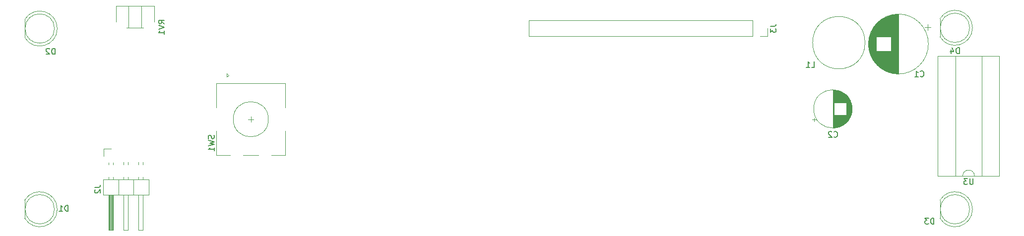
<source format=gbo>
%TF.GenerationSoftware,KiCad,Pcbnew,6.0.11+dfsg-1*%
%TF.CreationDate,2023-11-10T00:48:11+01:00*%
%TF.ProjectId,tallySdoAdapter,74616c6c-7953-4646-9f41-646170746572,0.1*%
%TF.SameCoordinates,Original*%
%TF.FileFunction,Legend,Bot*%
%TF.FilePolarity,Positive*%
%FSLAX46Y46*%
G04 Gerber Fmt 4.6, Leading zero omitted, Abs format (unit mm)*
G04 Created by KiCad (PCBNEW 6.0.11+dfsg-1) date 2023-11-10 00:48:11*
%MOMM*%
%LPD*%
G01*
G04 APERTURE LIST*
%ADD10C,0.150000*%
%ADD11C,0.120000*%
%ADD12C,2.700000*%
%ADD13R,1.800000X1.800000*%
%ADD14C,1.800000*%
%ADD15R,2.000000X2.000000*%
%ADD16C,2.000000*%
%ADD17R,2.400000X1.600000*%
%ADD18O,2.400000X1.600000*%
%ADD19R,1.700000X1.700000*%
%ADD20O,1.700000X1.700000*%
%ADD21R,1.600000X1.600000*%
%ADD22C,1.600000*%
%ADD23R,2.000000X3.200000*%
%ADD24C,1.620000*%
%ADD25C,2.600000*%
G04 APERTURE END LIST*
D10*
%TO.C,D4*%
X243023695Y-104158180D02*
X243023695Y-103158180D01*
X242785600Y-103158180D01*
X242642742Y-103205800D01*
X242547504Y-103301038D01*
X242499885Y-103396276D01*
X242452266Y-103586752D01*
X242452266Y-103729609D01*
X242499885Y-103920085D01*
X242547504Y-104015323D01*
X242642742Y-104110561D01*
X242785600Y-104158180D01*
X243023695Y-104158180D01*
X241595123Y-103491514D02*
X241595123Y-104158180D01*
X241833219Y-103110561D02*
X242071314Y-103824847D01*
X241452266Y-103824847D01*
%TO.C,C1*%
X236386666Y-108002342D02*
X236434285Y-108049961D01*
X236577142Y-108097580D01*
X236672380Y-108097580D01*
X236815238Y-108049961D01*
X236910476Y-107954723D01*
X236958095Y-107859485D01*
X237005714Y-107669009D01*
X237005714Y-107526152D01*
X236958095Y-107335676D01*
X236910476Y-107240438D01*
X236815238Y-107145200D01*
X236672380Y-107097580D01*
X236577142Y-107097580D01*
X236434285Y-107145200D01*
X236386666Y-107192819D01*
X235434285Y-108097580D02*
X236005714Y-108097580D01*
X235720000Y-108097580D02*
X235720000Y-107097580D01*
X235815238Y-107240438D01*
X235910476Y-107335676D01*
X236005714Y-107383295D01*
%TO.C,U3*%
X245373904Y-125490380D02*
X245373904Y-126299904D01*
X245326285Y-126395142D01*
X245278666Y-126442761D01*
X245183428Y-126490380D01*
X244992952Y-126490380D01*
X244897714Y-126442761D01*
X244850095Y-126395142D01*
X244802476Y-126299904D01*
X244802476Y-125490380D01*
X244421523Y-125490380D02*
X243802476Y-125490380D01*
X244135809Y-125871333D01*
X243992952Y-125871333D01*
X243897714Y-125918952D01*
X243850095Y-125966571D01*
X243802476Y-126061809D01*
X243802476Y-126299904D01*
X243850095Y-126395142D01*
X243897714Y-126442761D01*
X243992952Y-126490380D01*
X244278666Y-126490380D01*
X244373904Y-126442761D01*
X244421523Y-126395142D01*
%TO.C,D1*%
X90933495Y-131059180D02*
X90933495Y-130059180D01*
X90695400Y-130059180D01*
X90552542Y-130106800D01*
X90457304Y-130202038D01*
X90409685Y-130297276D01*
X90362066Y-130487752D01*
X90362066Y-130630609D01*
X90409685Y-130821085D01*
X90457304Y-130916323D01*
X90552542Y-131011561D01*
X90695400Y-131059180D01*
X90933495Y-131059180D01*
X89409685Y-131059180D02*
X89981114Y-131059180D01*
X89695400Y-131059180D02*
X89695400Y-130059180D01*
X89790638Y-130202038D01*
X89885876Y-130297276D01*
X89981114Y-130344895D01*
%TO.C,D2*%
X88698295Y-104262180D02*
X88698295Y-103262180D01*
X88460200Y-103262180D01*
X88317342Y-103309800D01*
X88222104Y-103405038D01*
X88174485Y-103500276D01*
X88126866Y-103690752D01*
X88126866Y-103833609D01*
X88174485Y-104024085D01*
X88222104Y-104119323D01*
X88317342Y-104214561D01*
X88460200Y-104262180D01*
X88698295Y-104262180D01*
X87745914Y-103357419D02*
X87698295Y-103309800D01*
X87603057Y-103262180D01*
X87364961Y-103262180D01*
X87269723Y-103309800D01*
X87222104Y-103357419D01*
X87174485Y-103452657D01*
X87174485Y-103547895D01*
X87222104Y-103690752D01*
X87793533Y-104262180D01*
X87174485Y-104262180D01*
%TO.C,J3*%
X210773580Y-99488666D02*
X211487866Y-99488666D01*
X211630723Y-99441047D01*
X211725961Y-99345809D01*
X211773580Y-99202952D01*
X211773580Y-99107714D01*
X210773580Y-99869619D02*
X210773580Y-100488666D01*
X211154533Y-100155333D01*
X211154533Y-100298190D01*
X211202152Y-100393428D01*
X211249771Y-100441047D01*
X211345009Y-100488666D01*
X211583104Y-100488666D01*
X211678342Y-100441047D01*
X211725961Y-100393428D01*
X211773580Y-100298190D01*
X211773580Y-100012476D01*
X211725961Y-99917238D01*
X211678342Y-99869619D01*
%TO.C,C2*%
X221623866Y-118345942D02*
X221671485Y-118393561D01*
X221814342Y-118441180D01*
X221909580Y-118441180D01*
X222052438Y-118393561D01*
X222147676Y-118298323D01*
X222195295Y-118203085D01*
X222242914Y-118012609D01*
X222242914Y-117869752D01*
X222195295Y-117679276D01*
X222147676Y-117584038D01*
X222052438Y-117488800D01*
X221909580Y-117441180D01*
X221814342Y-117441180D01*
X221671485Y-117488800D01*
X221623866Y-117536419D01*
X221242914Y-117536419D02*
X221195295Y-117488800D01*
X221100057Y-117441180D01*
X220861961Y-117441180D01*
X220766723Y-117488800D01*
X220719104Y-117536419D01*
X220671485Y-117631657D01*
X220671485Y-117726895D01*
X220719104Y-117869752D01*
X221290533Y-118441180D01*
X220671485Y-118441180D01*
%TO.C,SW1*%
X115822361Y-118097466D02*
X115869980Y-118240323D01*
X115869980Y-118478419D01*
X115822361Y-118573657D01*
X115774742Y-118621276D01*
X115679504Y-118668895D01*
X115584266Y-118668895D01*
X115489028Y-118621276D01*
X115441409Y-118573657D01*
X115393790Y-118478419D01*
X115346171Y-118287942D01*
X115298552Y-118192704D01*
X115250933Y-118145085D01*
X115155695Y-118097466D01*
X115060457Y-118097466D01*
X114965219Y-118145085D01*
X114917600Y-118192704D01*
X114869980Y-118287942D01*
X114869980Y-118526038D01*
X114917600Y-118668895D01*
X114869980Y-119002228D02*
X115869980Y-119240323D01*
X115155695Y-119430800D01*
X115869980Y-119621276D01*
X114869980Y-119859371D01*
X115869980Y-120764133D02*
X115869980Y-120192704D01*
X115869980Y-120478419D02*
X114869980Y-120478419D01*
X115012838Y-120383180D01*
X115108076Y-120287942D01*
X115155695Y-120192704D01*
%TO.C,D3*%
X238685295Y-133243580D02*
X238685295Y-132243580D01*
X238447200Y-132243580D01*
X238304342Y-132291200D01*
X238209104Y-132386438D01*
X238161485Y-132481676D01*
X238113866Y-132672152D01*
X238113866Y-132815009D01*
X238161485Y-133005485D01*
X238209104Y-133100723D01*
X238304342Y-133195961D01*
X238447200Y-133243580D01*
X238685295Y-133243580D01*
X237780533Y-132243580D02*
X237161485Y-132243580D01*
X237494819Y-132624533D01*
X237351961Y-132624533D01*
X237256723Y-132672152D01*
X237209104Y-132719771D01*
X237161485Y-132815009D01*
X237161485Y-133053104D01*
X237209104Y-133148342D01*
X237256723Y-133195961D01*
X237351961Y-133243580D01*
X237637676Y-133243580D01*
X237732914Y-133195961D01*
X237780533Y-133148342D01*
%TO.C,RV1*%
X107374380Y-99027761D02*
X106898190Y-98694428D01*
X107374380Y-98456333D02*
X106374380Y-98456333D01*
X106374380Y-98837285D01*
X106422000Y-98932523D01*
X106469619Y-98980142D01*
X106564857Y-99027761D01*
X106707714Y-99027761D01*
X106802952Y-98980142D01*
X106850571Y-98932523D01*
X106898190Y-98837285D01*
X106898190Y-98456333D01*
X106374380Y-99313476D02*
X107374380Y-99646809D01*
X106374380Y-99980142D01*
X107374380Y-100837285D02*
X107374380Y-100265857D01*
X107374380Y-100551571D02*
X106374380Y-100551571D01*
X106517238Y-100456333D01*
X106612476Y-100361095D01*
X106660095Y-100265857D01*
%TO.C,L1*%
X217793866Y-106497380D02*
X218270057Y-106497380D01*
X218270057Y-105497380D01*
X216936723Y-106497380D02*
X217508152Y-106497380D01*
X217222438Y-106497380D02*
X217222438Y-105497380D01*
X217317676Y-105640238D01*
X217412914Y-105735476D01*
X217508152Y-105783095D01*
%TO.C,J2*%
X95454980Y-126962266D02*
X96169266Y-126962266D01*
X96312123Y-126914647D01*
X96407361Y-126819409D01*
X96454980Y-126676552D01*
X96454980Y-126581314D01*
X95550219Y-127390838D02*
X95502600Y-127438457D01*
X95454980Y-127533695D01*
X95454980Y-127771790D01*
X95502600Y-127867028D01*
X95550219Y-127914647D01*
X95645457Y-127962266D01*
X95740695Y-127962266D01*
X95883552Y-127914647D01*
X96454980Y-127343219D01*
X96454980Y-127962266D01*
D11*
%TO.C,D4*%
X239725600Y-101290800D02*
X239725600Y-98200800D01*
X245275600Y-99746262D02*
G75*
G03*
X239725600Y-98200970I-2990000J462D01*
G01*
X239725600Y-101290630D02*
G75*
G03*
X245275600Y-99745338I2560000J1544830D01*
G01*
X244785600Y-99745800D02*
G75*
G03*
X244785600Y-99745800I-2500000J0D01*
G01*
%TO.C,C1*%
X229672277Y-98376400D02*
X229672277Y-101273400D01*
X230512277Y-97893400D02*
X230512277Y-101273400D01*
X232553277Y-97434400D02*
X232553277Y-107594400D01*
X230032277Y-103755400D02*
X230032277Y-106885400D01*
X231112277Y-97664400D02*
X231112277Y-101273400D01*
X230312277Y-97989400D02*
X230312277Y-101273400D01*
X227552277Y-101915400D02*
X227552277Y-103113400D01*
X230352277Y-103755400D02*
X230352277Y-107059400D01*
X232473277Y-97436400D02*
X232473277Y-107592400D01*
X230832277Y-103755400D02*
X230832277Y-107268400D01*
X227832277Y-100772400D02*
X227832277Y-104256400D01*
X229312277Y-98656400D02*
X229312277Y-101273400D01*
X230712277Y-97807400D02*
X230712277Y-101273400D01*
X229392277Y-103755400D02*
X229392277Y-106439400D01*
X231152277Y-97652400D02*
X231152277Y-101273400D01*
X232353277Y-97441400D02*
X232353277Y-107587400D01*
X232513277Y-97435400D02*
X232513277Y-107593400D01*
X230472277Y-97911400D02*
X230472277Y-101273400D01*
X229952277Y-103755400D02*
X229952277Y-106837400D01*
X232393277Y-97439400D02*
X232393277Y-107589400D01*
X237612923Y-99139400D02*
X237612923Y-100139400D01*
X228472277Y-99569400D02*
X228472277Y-105459400D01*
X230232277Y-98031400D02*
X230232277Y-101273400D01*
X228952277Y-98994400D02*
X228952277Y-101273400D01*
X232233277Y-97449400D02*
X232233277Y-107579400D01*
X231072277Y-103755400D02*
X231072277Y-107351400D01*
X231152277Y-103755400D02*
X231152277Y-107376400D01*
X230352277Y-97969400D02*
X230352277Y-101273400D01*
X230512277Y-103755400D02*
X230512277Y-107135400D01*
X228432277Y-99625400D02*
X228432277Y-105403400D01*
X228032277Y-100305400D02*
X228032277Y-104723400D01*
X228872277Y-99078400D02*
X228872277Y-105950400D01*
X229592277Y-103755400D02*
X229592277Y-106594400D01*
X229832277Y-98267400D02*
X229832277Y-101273400D01*
X228672277Y-99308400D02*
X228672277Y-105720400D01*
X229152277Y-103755400D02*
X229152277Y-106230400D01*
X228592277Y-99408400D02*
X228592277Y-105620400D01*
X229072277Y-103755400D02*
X229072277Y-106154400D01*
X230032277Y-98143400D02*
X230032277Y-101273400D01*
X230192277Y-103755400D02*
X230192277Y-106976400D01*
X230632277Y-103755400D02*
X230632277Y-107188400D01*
X227912277Y-100570400D02*
X227912277Y-104458400D01*
X229032277Y-103755400D02*
X229032277Y-106115400D01*
X230152277Y-98074400D02*
X230152277Y-101273400D01*
X230952277Y-103755400D02*
X230952277Y-107311400D01*
X228272277Y-99869400D02*
X228272277Y-105159400D01*
X230832277Y-97760400D02*
X230832277Y-101273400D01*
X231512277Y-97558400D02*
X231512277Y-107470400D01*
X228792277Y-99167400D02*
X228792277Y-105861400D01*
X228552277Y-99460400D02*
X228552277Y-105568400D01*
X230712277Y-103755400D02*
X230712277Y-107221400D01*
X227752277Y-101004400D02*
X227752277Y-104024400D01*
X230752277Y-103755400D02*
X230752277Y-107237400D01*
X230592277Y-103755400D02*
X230592277Y-107171400D01*
X231192277Y-97640400D02*
X231192277Y-101273400D01*
X231032277Y-97690400D02*
X231032277Y-101273400D01*
X229672277Y-103755400D02*
X229672277Y-106652400D01*
X229872277Y-103755400D02*
X229872277Y-106787400D01*
X228632277Y-99358400D02*
X228632277Y-105670400D01*
X227712277Y-101136400D02*
X227712277Y-103892400D01*
X229152277Y-98798400D02*
X229152277Y-101273400D01*
X228712277Y-99260400D02*
X228712277Y-105768400D01*
X229472277Y-103755400D02*
X229472277Y-106503400D01*
X231792277Y-97503400D02*
X231792277Y-107525400D01*
X232633277Y-97434400D02*
X232633277Y-107594400D01*
X230112277Y-98097400D02*
X230112277Y-101273400D01*
X231472277Y-97567400D02*
X231472277Y-107461400D01*
X230552277Y-103755400D02*
X230552277Y-107153400D01*
X231232277Y-97629400D02*
X231232277Y-101273400D01*
X231432277Y-97576400D02*
X231432277Y-107452400D01*
X227672277Y-101284400D02*
X227672277Y-103744400D01*
X229432277Y-98557400D02*
X229432277Y-101273400D01*
X229232277Y-98725400D02*
X229232277Y-101273400D01*
X231312277Y-97607400D02*
X231312277Y-101273400D01*
X228832277Y-99122400D02*
X228832277Y-105906400D01*
X229192277Y-98761400D02*
X229192277Y-101273400D01*
X229272277Y-98690400D02*
X229272277Y-101273400D01*
X231912277Y-97484400D02*
X231912277Y-107544400D01*
X229632277Y-98404400D02*
X229632277Y-101273400D01*
X229552277Y-103755400D02*
X229552277Y-106564400D01*
X229112277Y-98835400D02*
X229112277Y-101273400D01*
X229512277Y-98494400D02*
X229512277Y-101273400D01*
X230192277Y-98052400D02*
X230192277Y-101273400D01*
X229272277Y-103755400D02*
X229272277Y-106338400D01*
X227592277Y-101652400D02*
X227592277Y-103376400D01*
X230432277Y-103755400D02*
X230432277Y-107098400D01*
X230952277Y-97717400D02*
X230952277Y-101273400D01*
X228072277Y-100225400D02*
X228072277Y-104803400D01*
X228152277Y-100075400D02*
X228152277Y-104953400D01*
X230232277Y-103755400D02*
X230232277Y-106997400D01*
X232153277Y-97456400D02*
X232153277Y-107572400D01*
X230872277Y-103755400D02*
X230872277Y-107282400D01*
X229792277Y-103755400D02*
X229792277Y-106735400D01*
X227632277Y-101452400D02*
X227632277Y-103576400D01*
X227792277Y-100884400D02*
X227792277Y-104144400D01*
X228752277Y-99213400D02*
X228752277Y-105815400D01*
X230672277Y-97824400D02*
X230672277Y-101273400D01*
X238112923Y-99639400D02*
X237112923Y-99639400D01*
X230072277Y-98119400D02*
X230072277Y-101273400D01*
X230152277Y-103755400D02*
X230152277Y-106954400D01*
X230312277Y-103755400D02*
X230312277Y-107039400D01*
X229992277Y-103755400D02*
X229992277Y-106861400D01*
X229632277Y-103755400D02*
X229632277Y-106624400D01*
X232073277Y-97464400D02*
X232073277Y-107564400D01*
X231672277Y-97524400D02*
X231672277Y-107504400D01*
X230592277Y-97857400D02*
X230592277Y-101273400D01*
X228192277Y-100004400D02*
X228192277Y-105024400D01*
X229752277Y-98320400D02*
X229752277Y-101273400D01*
X231312277Y-103755400D02*
X231312277Y-107421400D01*
X229512277Y-103755400D02*
X229512277Y-106534400D01*
X229552277Y-98464400D02*
X229552277Y-101273400D01*
X227992277Y-100389400D02*
X227992277Y-104639400D01*
X230912277Y-103755400D02*
X230912277Y-107297400D01*
X229872277Y-98241400D02*
X229872277Y-101273400D01*
X230472277Y-103755400D02*
X230472277Y-107117400D01*
X231192277Y-103755400D02*
X231192277Y-107388400D01*
X231392277Y-97586400D02*
X231392277Y-107442400D01*
X231752277Y-97510400D02*
X231752277Y-107518400D01*
X231272277Y-97617400D02*
X231272277Y-101273400D01*
X230432277Y-97930400D02*
X230432277Y-101273400D01*
X231352277Y-97596400D02*
X231352277Y-101273400D01*
X229432277Y-103755400D02*
X229432277Y-106471400D01*
X230992277Y-103755400D02*
X230992277Y-107325400D01*
X230792277Y-97776400D02*
X230792277Y-101273400D01*
X228912277Y-103755400D02*
X228912277Y-105992400D01*
X228912277Y-99036400D02*
X228912277Y-101273400D01*
X230912277Y-97731400D02*
X230912277Y-101273400D01*
X230392277Y-103755400D02*
X230392277Y-107078400D01*
X231112277Y-103755400D02*
X231112277Y-107364400D01*
X229472277Y-98525400D02*
X229472277Y-101273400D01*
X232113277Y-97460400D02*
X232113277Y-107568400D01*
X229752277Y-103755400D02*
X229752277Y-106708400D01*
X227952277Y-100477400D02*
X227952277Y-104551400D01*
X228512277Y-99514400D02*
X228512277Y-105514400D01*
X230672277Y-103755400D02*
X230672277Y-107204400D01*
X230272277Y-98010400D02*
X230272277Y-101273400D01*
X231272277Y-103755400D02*
X231272277Y-107411400D01*
X229832277Y-103755400D02*
X229832277Y-106761400D01*
X229992277Y-98167400D02*
X229992277Y-101273400D01*
X231032277Y-103755400D02*
X231032277Y-107338400D01*
X227872277Y-100668400D02*
X227872277Y-104360400D01*
X228312277Y-99805400D02*
X228312277Y-105223400D01*
X229392277Y-98589400D02*
X229392277Y-101273400D01*
X228952277Y-103755400D02*
X228952277Y-106034400D01*
X229352277Y-103755400D02*
X229352277Y-106406400D01*
X230992277Y-97703400D02*
X230992277Y-101273400D01*
X228232277Y-99935400D02*
X228232277Y-105093400D01*
X230752277Y-97791400D02*
X230752277Y-101273400D01*
X229192277Y-103755400D02*
X229192277Y-106267400D01*
X231953277Y-97479400D02*
X231953277Y-107549400D01*
X229952277Y-98191400D02*
X229952277Y-101273400D01*
X229072277Y-98874400D02*
X229072277Y-101273400D01*
X230072277Y-103755400D02*
X230072277Y-106909400D01*
X230272277Y-103755400D02*
X230272277Y-107018400D01*
X232033277Y-97469400D02*
X232033277Y-107559400D01*
X231352277Y-103755400D02*
X231352277Y-107432400D01*
X228992277Y-98953400D02*
X228992277Y-101273400D01*
X230632277Y-97840400D02*
X230632277Y-101273400D01*
X228112277Y-100149400D02*
X228112277Y-104879400D01*
X229352277Y-98622400D02*
X229352277Y-101273400D01*
X231632277Y-97532400D02*
X231632277Y-107496400D01*
X230392277Y-97950400D02*
X230392277Y-101273400D01*
X232273277Y-97446400D02*
X232273277Y-107582400D01*
X231993277Y-97474400D02*
X231993277Y-107554400D01*
X229232277Y-103755400D02*
X229232277Y-106303400D01*
X231232277Y-103755400D02*
X231232277Y-107399400D01*
X231832277Y-97496400D02*
X231832277Y-107532400D01*
X230872277Y-97746400D02*
X230872277Y-101273400D01*
X230112277Y-103755400D02*
X230112277Y-106931400D01*
X229712277Y-98348400D02*
X229712277Y-101273400D01*
X231872277Y-97490400D02*
X231872277Y-107538400D01*
X229032277Y-98913400D02*
X229032277Y-101273400D01*
X231072277Y-97677400D02*
X231072277Y-101273400D01*
X229792277Y-98293400D02*
X229792277Y-101273400D01*
X229912277Y-103755400D02*
X229912277Y-106812400D01*
X228992277Y-103755400D02*
X228992277Y-106075400D01*
X230792277Y-103755400D02*
X230792277Y-107252400D01*
X229312277Y-103755400D02*
X229312277Y-106372400D01*
X231712277Y-97517400D02*
X231712277Y-107511400D01*
X229712277Y-103755400D02*
X229712277Y-106680400D01*
X229112277Y-103755400D02*
X229112277Y-106193400D01*
X232193277Y-97452400D02*
X232193277Y-107576400D01*
X232593277Y-97434400D02*
X232593277Y-107594400D01*
X232433277Y-97437400D02*
X232433277Y-107591400D01*
X232313277Y-97444400D02*
X232313277Y-107584400D01*
X229592277Y-98434400D02*
X229592277Y-101273400D01*
X231592277Y-97540400D02*
X231592277Y-107488400D01*
X228352277Y-99744400D02*
X228352277Y-105284400D01*
X229912277Y-98216400D02*
X229912277Y-101273400D01*
X230552277Y-97875400D02*
X230552277Y-101273400D01*
X228392277Y-99684400D02*
X228392277Y-105344400D01*
X231552277Y-97549400D02*
X231552277Y-107479400D01*
X237753277Y-102514400D02*
G75*
G03*
X237753277Y-102514400I-5120000J0D01*
G01*
%TO.C,U3*%
X242362000Y-104598000D02*
X246862000Y-104598000D01*
X243612000Y-125038000D02*
X242362000Y-125038000D01*
X246862000Y-104598000D02*
X246862000Y-125038000D01*
X249862000Y-125098000D02*
X239362000Y-125098000D01*
X242362000Y-125038000D02*
X242362000Y-104598000D01*
X249862000Y-104538000D02*
X249862000Y-125098000D01*
X246862000Y-125038000D02*
X245612000Y-125038000D01*
X239362000Y-104538000D02*
X249862000Y-104538000D01*
X239362000Y-125098000D02*
X239362000Y-104538000D01*
X245612000Y-125038000D02*
G75*
G03*
X243612000Y-125038000I-1000000J0D01*
G01*
%TO.C,D1*%
X83541000Y-132278800D02*
X83541000Y-129188800D01*
X89091000Y-130734262D02*
G75*
G03*
X83541000Y-129188970I-2990000J462D01*
G01*
X83541000Y-132278630D02*
G75*
G03*
X89091000Y-130733338I2560000J1544830D01*
G01*
X88601000Y-130733800D02*
G75*
G03*
X88601000Y-130733800I-2500000J0D01*
G01*
%TO.C,D2*%
X83541000Y-101417800D02*
X83541000Y-98327800D01*
X89091000Y-99873262D02*
G75*
G03*
X83541000Y-98327970I-2990000J462D01*
G01*
X83541000Y-101417630D02*
G75*
G03*
X89091000Y-99872338I2560000J1544830D01*
G01*
X88601000Y-99872800D02*
G75*
G03*
X88601000Y-99872800I-2500000J0D01*
G01*
%TO.C,J3*%
X169561200Y-101152000D02*
X169561200Y-98492000D01*
X210321200Y-101152000D02*
X210321200Y-99822000D01*
X207721200Y-101152000D02*
X169561200Y-101152000D01*
X208991200Y-101152000D02*
X210321200Y-101152000D01*
X207721200Y-101152000D02*
X207721200Y-98492000D01*
X207721200Y-98492000D02*
X169561200Y-98492000D01*
%TO.C,C2*%
X222578200Y-116621800D02*
X222578200Y-114628800D01*
X222017200Y-112548800D02*
X222017200Y-110406800D01*
X222097200Y-116755800D02*
X222097200Y-114628800D01*
X222137200Y-116747800D02*
X222137200Y-114628800D01*
X222938200Y-112548800D02*
X222938200Y-110712800D01*
X222698200Y-112548800D02*
X222698200Y-110602800D01*
X222978200Y-116444800D02*
X222978200Y-114628800D01*
X223298200Y-112548800D02*
X223298200Y-110924800D01*
X223458200Y-116136800D02*
X223458200Y-114628800D01*
X223978200Y-115632800D02*
X223978200Y-111544800D01*
X223618200Y-112548800D02*
X223618200Y-111172800D01*
X222778200Y-112548800D02*
X222778200Y-110636800D01*
X221977200Y-112548800D02*
X221977200Y-110399800D01*
X222178200Y-112548800D02*
X222178200Y-110438800D01*
X222578200Y-112548800D02*
X222578200Y-110555800D01*
X221617200Y-116815800D02*
X221617200Y-110361800D01*
X223098200Y-112548800D02*
X223098200Y-110798800D01*
X223378200Y-112548800D02*
X223378200Y-110981800D01*
X222057200Y-116763800D02*
X222057200Y-114628800D01*
X223218200Y-116304800D02*
X223218200Y-114628800D01*
X222698200Y-116574800D02*
X222698200Y-114628800D01*
X222538200Y-112548800D02*
X222538200Y-110541800D01*
X223658200Y-112548800D02*
X223658200Y-111208800D01*
X223058200Y-112548800D02*
X223058200Y-110776800D01*
X222738200Y-116558800D02*
X222738200Y-114628800D01*
X223658200Y-115968800D02*
X223658200Y-114628800D01*
X223578200Y-116038800D02*
X223578200Y-114628800D01*
X223018200Y-116422800D02*
X223018200Y-114628800D01*
X222898200Y-112548800D02*
X222898200Y-110692800D01*
X223338200Y-116224800D02*
X223338200Y-114628800D01*
X222738200Y-112548800D02*
X222738200Y-110618800D01*
X223338200Y-112548800D02*
X223338200Y-110952800D01*
X223458200Y-112548800D02*
X223458200Y-111040800D01*
X223258200Y-116278800D02*
X223258200Y-114628800D01*
X223418200Y-116166800D02*
X223418200Y-114628800D01*
X221737200Y-112548800D02*
X221737200Y-110370800D01*
X223018200Y-112548800D02*
X223018200Y-110754800D01*
X223858200Y-115770800D02*
X223858200Y-111406800D01*
X222858200Y-112548800D02*
X222858200Y-110672800D01*
X223898200Y-115725800D02*
X223898200Y-111451800D01*
X221857200Y-112548800D02*
X221857200Y-110382800D01*
X222338200Y-116698800D02*
X222338200Y-114628800D01*
X221857200Y-116794800D02*
X221857200Y-114628800D01*
X222778200Y-116540800D02*
X222778200Y-114628800D01*
X224498200Y-114753800D02*
X224498200Y-112423800D01*
X222418200Y-112548800D02*
X222418200Y-110502800D01*
X223138200Y-112548800D02*
X223138200Y-110822800D01*
X221817200Y-112548800D02*
X221817200Y-110377800D01*
X221937200Y-116783800D02*
X221937200Y-114628800D01*
X223698200Y-112548800D02*
X223698200Y-111245800D01*
X224698200Y-113990800D02*
X224698200Y-113186800D01*
X222378200Y-112548800D02*
X222378200Y-110490800D01*
X221697200Y-112548800D02*
X221697200Y-110366800D01*
X223498200Y-112548800D02*
X223498200Y-111072800D01*
X224258200Y-115238800D02*
X224258200Y-111938800D01*
X222378200Y-116686800D02*
X222378200Y-114628800D01*
X223578200Y-112548800D02*
X223578200Y-111138800D01*
X222418200Y-116674800D02*
X222418200Y-114628800D01*
X223538200Y-112548800D02*
X223538200Y-111104800D01*
X222338200Y-112548800D02*
X222338200Y-110478800D01*
X222137200Y-112548800D02*
X222137200Y-110429800D01*
X222218200Y-112548800D02*
X222218200Y-110447800D01*
X223418200Y-112548800D02*
X223418200Y-111010800D01*
X223938200Y-115680800D02*
X223938200Y-111496800D01*
X224578200Y-114528800D02*
X224578200Y-112648800D01*
X223618200Y-116004800D02*
X223618200Y-114628800D01*
X222618200Y-112548800D02*
X222618200Y-110570800D01*
X223738200Y-115893800D02*
X223738200Y-114628800D01*
X222658200Y-116590800D02*
X222658200Y-114628800D01*
X222178200Y-116738800D02*
X222178200Y-114628800D01*
X221977200Y-116777800D02*
X221977200Y-114628800D01*
X222538200Y-116635800D02*
X222538200Y-114628800D01*
X222618200Y-116606800D02*
X222618200Y-114628800D01*
X221897200Y-112548800D02*
X221897200Y-110387800D01*
X217956959Y-115427800D02*
X218586959Y-115427800D01*
X221897200Y-116789800D02*
X221897200Y-114628800D01*
X223738200Y-112548800D02*
X223738200Y-111283800D01*
X224538200Y-114647800D02*
X224538200Y-112529800D01*
X224418200Y-114938800D02*
X224418200Y-112238800D01*
X222658200Y-112548800D02*
X222658200Y-110586800D01*
X218271959Y-115742800D02*
X218271959Y-115112800D01*
X223498200Y-116104800D02*
X223498200Y-114628800D01*
X223178200Y-116330800D02*
X223178200Y-114628800D01*
X223298200Y-116252800D02*
X223298200Y-114628800D01*
X224058200Y-115532800D02*
X224058200Y-111644800D01*
X221497200Y-116818800D02*
X221497200Y-110358800D01*
X223698200Y-115931800D02*
X223698200Y-114628800D01*
X224178200Y-115364800D02*
X224178200Y-111812800D01*
X223058200Y-116400800D02*
X223058200Y-114628800D01*
X224138200Y-115422800D02*
X224138200Y-111754800D01*
X222858200Y-116504800D02*
X222858200Y-114628800D01*
X224378200Y-115020800D02*
X224378200Y-112156800D01*
X223378200Y-116195800D02*
X223378200Y-114628800D01*
X222017200Y-116770800D02*
X222017200Y-114628800D01*
X224018200Y-115583800D02*
X224018200Y-111593800D01*
X222218200Y-116729800D02*
X222218200Y-114628800D01*
X223098200Y-116378800D02*
X223098200Y-114628800D01*
X222818200Y-112548800D02*
X222818200Y-110654800D01*
X224658200Y-114221800D02*
X224658200Y-112955800D01*
X223778200Y-115853800D02*
X223778200Y-111323800D01*
X222498200Y-116649800D02*
X222498200Y-114628800D01*
X222818200Y-116522800D02*
X222818200Y-114628800D01*
X221817200Y-116799800D02*
X221817200Y-114628800D01*
X222057200Y-112548800D02*
X222057200Y-110413800D01*
X222298200Y-116709800D02*
X222298200Y-114628800D01*
X223218200Y-112548800D02*
X223218200Y-110872800D01*
X222458200Y-112548800D02*
X222458200Y-110514800D01*
X222938200Y-116464800D02*
X222938200Y-114628800D01*
X222258200Y-112548800D02*
X222258200Y-110457800D01*
X223258200Y-112548800D02*
X223258200Y-110898800D01*
X222097200Y-112548800D02*
X222097200Y-110421800D01*
X222898200Y-116484800D02*
X222898200Y-114628800D01*
X221737200Y-116806800D02*
X221737200Y-114628800D01*
X222498200Y-112548800D02*
X222498200Y-110527800D01*
X223138200Y-116354800D02*
X223138200Y-114628800D01*
X224298200Y-115169800D02*
X224298200Y-112007800D01*
X223818200Y-115812800D02*
X223818200Y-111364800D01*
X221537200Y-116818800D02*
X221537200Y-110358800D01*
X224098200Y-115478800D02*
X224098200Y-111698800D01*
X221937200Y-112548800D02*
X221937200Y-110393800D01*
X224338200Y-115097800D02*
X224338200Y-112079800D01*
X223178200Y-112548800D02*
X223178200Y-110846800D01*
X221657200Y-116812800D02*
X221657200Y-110364800D01*
X224218200Y-115302800D02*
X224218200Y-111874800D01*
X221457200Y-116818800D02*
X221457200Y-110358800D01*
X221697200Y-116810800D02*
X221697200Y-114628800D01*
X222978200Y-112548800D02*
X222978200Y-110732800D01*
X223538200Y-116072800D02*
X223538200Y-114628800D01*
X224618200Y-114390800D02*
X224618200Y-112786800D01*
X222458200Y-116662800D02*
X222458200Y-114628800D01*
X221577200Y-116816800D02*
X221577200Y-110360800D01*
X221777200Y-116803800D02*
X221777200Y-114628800D01*
X224458200Y-114850800D02*
X224458200Y-112326800D01*
X221777200Y-112548800D02*
X221777200Y-110373800D01*
X222298200Y-112548800D02*
X222298200Y-110467800D01*
X222258200Y-116719800D02*
X222258200Y-114628800D01*
X224727200Y-113588800D02*
G75*
G03*
X224727200Y-113588800I-3270000J0D01*
G01*
%TO.C,SW1*%
X120823200Y-121462800D02*
X123423200Y-121462800D01*
X121623200Y-115362800D02*
X122623200Y-115362800D01*
X118323200Y-107862800D02*
X118023200Y-107562800D01*
X122123200Y-114862800D02*
X122123200Y-115862800D01*
X118023200Y-108162800D02*
X118323200Y-107862800D01*
X118023200Y-107562800D02*
X118023200Y-108162800D01*
X116223200Y-109262800D02*
X128023200Y-109262800D01*
X128023200Y-113362800D02*
X128023200Y-109262800D01*
X116223200Y-121462800D02*
X118623200Y-121462800D01*
X128023200Y-121462800D02*
X128023200Y-117362800D01*
X116223200Y-117362800D02*
X116223200Y-121462800D01*
X125623200Y-121462800D02*
X128023200Y-121462800D01*
X116223200Y-113362800D02*
X116223200Y-109262800D01*
X125123200Y-115362800D02*
G75*
G03*
X125123200Y-115362800I-3000000J0D01*
G01*
%TO.C,D3*%
X239725600Y-132278800D02*
X239725600Y-129188800D01*
X245275600Y-130734262D02*
G75*
G03*
X239725600Y-129188970I-2990000J462D01*
G01*
X239725600Y-132278630D02*
G75*
G03*
X245275600Y-130733338I2560000J1544830D01*
G01*
X244785600Y-130733800D02*
G75*
G03*
X244785600Y-130733800I-2500000J0D01*
G01*
%TO.C,RV1*%
X103482000Y-96003000D02*
X101242000Y-96003000D01*
X105632000Y-98698000D02*
X105632000Y-96003000D01*
X99092000Y-98698000D02*
X99092000Y-96003000D01*
X103482000Y-99744000D02*
X103482000Y-96003000D01*
X103796000Y-99744000D02*
X100927000Y-99744000D01*
X103482000Y-99744000D02*
X101242000Y-99744000D01*
X101242000Y-99744000D02*
X101242000Y-96003000D01*
X105632000Y-96003000D02*
X99092000Y-96003000D01*
%TO.C,L1*%
X226937800Y-102285800D02*
G75*
G03*
X226937800Y-102285800I-4470000J0D01*
G01*
%TO.C,J2*%
X98552600Y-128280600D02*
X98552600Y-134280600D01*
X102972600Y-122683529D02*
X102972600Y-123137671D01*
X98312600Y-128280600D02*
X98312600Y-134280600D01*
X101192600Y-125223529D02*
X101192600Y-125620600D01*
X97952600Y-128280600D02*
X97952600Y-134280600D01*
X100432600Y-134280600D02*
X101192600Y-134280600D01*
X98652600Y-125223529D02*
X98652600Y-125620600D01*
X104682600Y-125620600D02*
X104682600Y-128280600D01*
X97002600Y-120370600D02*
X97002600Y-121640600D01*
X99542600Y-125620600D02*
X99542600Y-128280600D01*
X103732600Y-125223529D02*
X103732600Y-125620600D01*
X96942600Y-125620600D02*
X104682600Y-125620600D01*
X98192600Y-128280600D02*
X98192600Y-134280600D01*
X102972600Y-125223529D02*
X102972600Y-125620600D01*
X101192600Y-122683529D02*
X101192600Y-123137671D01*
X97892600Y-134280600D02*
X98652600Y-134280600D01*
X98272600Y-120370600D02*
X97002600Y-120370600D01*
X103732600Y-134280600D02*
X103732600Y-128280600D01*
X104682600Y-128280600D02*
X96942600Y-128280600D01*
X98652600Y-134280600D02*
X98652600Y-128280600D01*
X97892600Y-128280600D02*
X97892600Y-134280600D01*
X101192600Y-134280600D02*
X101192600Y-128280600D01*
X98652600Y-122750600D02*
X98652600Y-123137671D01*
X100432600Y-122683529D02*
X100432600Y-123137671D01*
X98432600Y-128280600D02*
X98432600Y-134280600D01*
X100432600Y-128280600D02*
X100432600Y-134280600D01*
X103732600Y-122683529D02*
X103732600Y-123137671D01*
X98072600Y-128280600D02*
X98072600Y-134280600D01*
X96942600Y-128280600D02*
X96942600Y-125620600D01*
X97892600Y-122750600D02*
X97892600Y-123137671D01*
X100432600Y-125223529D02*
X100432600Y-125620600D01*
X102082600Y-125620600D02*
X102082600Y-128280600D01*
X102972600Y-134280600D02*
X103732600Y-134280600D01*
X102972600Y-128280600D02*
X102972600Y-134280600D01*
X97892600Y-125223529D02*
X97892600Y-125620600D01*
%TD*%
%LPC*%
D12*
%TO.C,H3*%
X139700000Y-99898200D03*
%TD*%
%TO.C,H1*%
X139700000Y-130911600D03*
%TD*%
%TO.C,H2*%
X214731600Y-130886200D03*
%TD*%
%TO.C,H4*%
X214757000Y-99898200D03*
%TD*%
D13*
%TO.C,D4*%
X241015600Y-99745800D03*
D14*
X243555600Y-99745800D03*
%TD*%
D15*
%TO.C,C1*%
X235133277Y-102514400D03*
D16*
X230133277Y-102514400D03*
%TD*%
D17*
%TO.C,U3*%
X240802000Y-123708000D03*
D18*
X240802000Y-121168000D03*
X240802000Y-118628000D03*
X240802000Y-116088000D03*
X240802000Y-113548000D03*
X240802000Y-111008000D03*
X240802000Y-108468000D03*
X240802000Y-105928000D03*
X248422000Y-105928000D03*
X248422000Y-108468000D03*
X248422000Y-111008000D03*
X248422000Y-113548000D03*
X248422000Y-116088000D03*
X248422000Y-118628000D03*
X248422000Y-121168000D03*
X248422000Y-123708000D03*
%TD*%
D13*
%TO.C,D1*%
X84831000Y-130733800D03*
D14*
X87371000Y-130733800D03*
%TD*%
D13*
%TO.C,D2*%
X84831000Y-99872800D03*
D14*
X87371000Y-99872800D03*
%TD*%
D19*
%TO.C,J3*%
X208991200Y-99822000D03*
D20*
X206451200Y-99822000D03*
X203911200Y-99822000D03*
X201371200Y-99822000D03*
X198831200Y-99822000D03*
X196291200Y-99822000D03*
X193751200Y-99822000D03*
X191211200Y-99822000D03*
X188671200Y-99822000D03*
X186131200Y-99822000D03*
X183591200Y-99822000D03*
X181051200Y-99822000D03*
X178511200Y-99822000D03*
X175971200Y-99822000D03*
X173431200Y-99822000D03*
X170891200Y-99822000D03*
%TD*%
D21*
%TO.C,C2*%
X220207200Y-113588800D03*
D22*
X222707200Y-113588800D03*
%TD*%
D15*
%TO.C,SW1*%
X119623200Y-107862800D03*
D16*
X124623200Y-107862800D03*
X122123200Y-107862800D03*
D23*
X116523200Y-115362800D03*
X127723200Y-115362800D03*
D16*
X124623200Y-122362800D03*
X119623200Y-122362800D03*
%TD*%
D13*
%TO.C,D3*%
X241015600Y-130733800D03*
D14*
X243555600Y-130733800D03*
%TD*%
D24*
%TO.C,RV1*%
X104862000Y-99623000D03*
X102362000Y-97123000D03*
X99862000Y-99623000D03*
%TD*%
D25*
%TO.C,L1*%
X224967800Y-102285800D03*
X219967800Y-102285800D03*
%TD*%
D19*
%TO.C,J2*%
X98272600Y-121640600D03*
D20*
X98272600Y-124180600D03*
X100812600Y-121640600D03*
X100812600Y-124180600D03*
X103352600Y-121640600D03*
X103352600Y-124180600D03*
%TD*%
M02*

</source>
